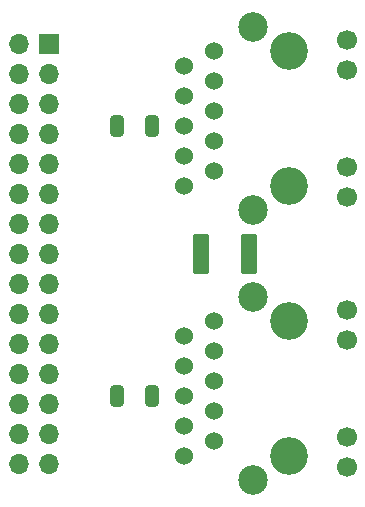
<source format=gts>
%TF.GenerationSoftware,KiCad,Pcbnew,6.0.0*%
%TF.CreationDate,2022-01-23T14:05:38+02:00*%
%TF.ProjectId,colorlight-i5-ethernet,636f6c6f-726c-4696-9768-742d69352d65,rev?*%
%TF.SameCoordinates,Original*%
%TF.FileFunction,Soldermask,Top*%
%TF.FilePolarity,Negative*%
%FSLAX46Y46*%
G04 Gerber Fmt 4.6, Leading zero omitted, Abs format (unit mm)*
G04 Created by KiCad (PCBNEW 6.0.0) date 2022-01-23 14:05:38*
%MOMM*%
%LPD*%
G01*
G04 APERTURE LIST*
G04 Aperture macros list*
%AMRoundRect*
0 Rectangle with rounded corners*
0 $1 Rounding radius*
0 $2 $3 $4 $5 $6 $7 $8 $9 X,Y pos of 4 corners*
0 Add a 4 corners polygon primitive as box body*
4,1,4,$2,$3,$4,$5,$6,$7,$8,$9,$2,$3,0*
0 Add four circle primitives for the rounded corners*
1,1,$1+$1,$2,$3*
1,1,$1+$1,$4,$5*
1,1,$1+$1,$6,$7*
1,1,$1+$1,$8,$9*
0 Add four rect primitives between the rounded corners*
20,1,$1+$1,$2,$3,$4,$5,0*
20,1,$1+$1,$4,$5,$6,$7,0*
20,1,$1+$1,$6,$7,$8,$9,0*
20,1,$1+$1,$8,$9,$2,$3,0*%
G04 Aperture macros list end*
%ADD10C,2.500000*%
%ADD11C,3.200000*%
%ADD12C,1.700000*%
%ADD13C,1.524000*%
%ADD14R,1.700000X1.700000*%
%ADD15O,1.700000X1.700000*%
%ADD16RoundRect,0.249999X0.450001X1.450001X-0.450001X1.450001X-0.450001X-1.450001X0.450001X-1.450001X0*%
%ADD17RoundRect,0.250000X0.325000X0.650000X-0.325000X0.650000X-0.325000X-0.650000X0.325000X-0.650000X0*%
G04 APERTURE END LIST*
D10*
%TO.C,J2*%
X52830000Y-24000000D03*
X52830000Y-39500000D03*
D11*
X55880000Y-26035000D03*
X55880000Y-37465000D03*
D12*
X60780000Y-25120000D03*
X60780000Y-27660000D03*
X60780000Y-35840000D03*
X60780000Y-38380000D03*
D13*
X49530000Y-26035000D03*
X46990000Y-27305000D03*
X49530000Y-28575000D03*
X46990000Y-29845000D03*
X49530000Y-31115000D03*
X46990000Y-32385000D03*
X49530000Y-33655000D03*
X46990000Y-34925000D03*
X49530000Y-36195000D03*
X46990000Y-37465000D03*
%TD*%
D10*
%TO.C,J3*%
X52830000Y-46860000D03*
X52830000Y-62360000D03*
D11*
X55880000Y-48895000D03*
X55880000Y-60325000D03*
D12*
X60780000Y-47980000D03*
X60780000Y-50520000D03*
X60780000Y-58700000D03*
X60780000Y-61240000D03*
D13*
X49530000Y-48895000D03*
X46990000Y-50165000D03*
X49530000Y-51435000D03*
X46990000Y-52705000D03*
X49530000Y-53975000D03*
X46990000Y-55245000D03*
X49530000Y-56515000D03*
X46990000Y-57785000D03*
X49530000Y-59055000D03*
X46990000Y-60325000D03*
%TD*%
D14*
%TO.C,J1*%
X35560000Y-25400000D03*
D15*
X33020000Y-25400000D03*
X35560000Y-27940000D03*
X33020000Y-27940000D03*
X35560000Y-30480000D03*
X33020000Y-30480000D03*
X35560000Y-33020000D03*
X33020000Y-33020000D03*
X35560000Y-35560000D03*
X33020000Y-35560000D03*
X35560000Y-38100000D03*
X33020000Y-38100000D03*
X35560000Y-40640000D03*
X33020000Y-40640000D03*
X35560000Y-43180000D03*
X33020000Y-43180000D03*
X35560000Y-45720000D03*
X33020000Y-45720000D03*
X35560000Y-48260000D03*
X33020000Y-48260000D03*
X35560000Y-50800000D03*
X33020000Y-50800000D03*
X35560000Y-53340000D03*
X33020000Y-53340000D03*
X35560000Y-55880000D03*
X33020000Y-55880000D03*
X35560000Y-58420000D03*
X33020000Y-58420000D03*
X35560000Y-60960000D03*
X33020000Y-60960000D03*
%TD*%
D16*
%TO.C,C3*%
X48450000Y-43180000D03*
X52550000Y-43180000D03*
%TD*%
D17*
%TO.C,C2*%
X41324000Y-55245000D03*
X44274000Y-55245000D03*
%TD*%
%TO.C,C1*%
X41324000Y-32385000D03*
X44274000Y-32385000D03*
%TD*%
M02*

</source>
